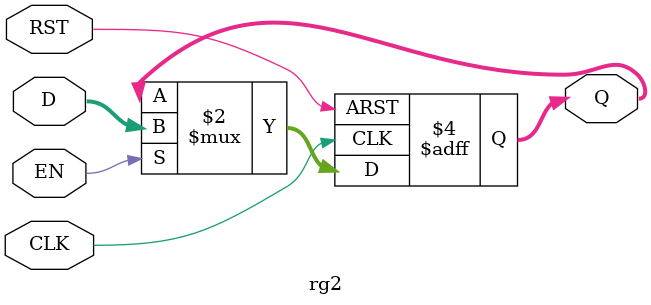
<source format=v>
`timescale 1ns / 1ps


module rg2 #(
  parameter WDT = 8
)(
  input [WDT-1 : 0] D,
  input CLK,
  input EN,
  input RST,
  output reg [WDT-1 : 0] Q
);


always@(posedge CLK, posedge RST)
  if(RST) begin
    Q <= 0;
  end
  else if(EN)
    Q <= D;


endmodule

</source>
